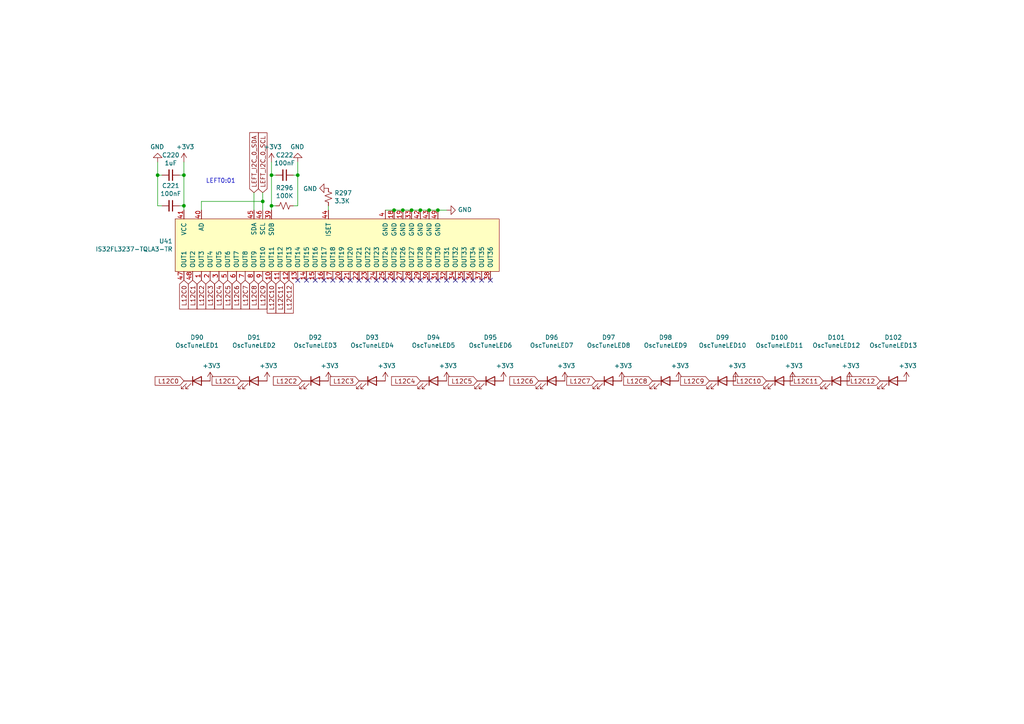
<source format=kicad_sch>
(kicad_sch (version 20210621) (generator eeschema)
  (paper "A4")
  (lib_symbols
    (symbol "Device:C_Small" (pin_numbers hide) (pin_names (offset 0.254) hide)
      (property "Reference" "C" (at 0.254 1.778 0))
      (property "Value" "C_Small" (at 0.254 -2.032 0))
      (symbol "C_Small_0_1"
        (polyline (pts (xy -1.524 -0.508) (xy 1.524 -0.508)) (stroke (width 0.3302)))
        (polyline (pts (xy -1.524 0.508) (xy 1.524 0.508)) (stroke (width 0.3048)))
      )
      (symbol "C_Small_1_1"
        (pin passive line (at 0 2.54 270) (length 2.032) (name "~") (number "1"))
        (pin passive line (at 0 -2.54 90) (length 2.032) (name "~") (number "2"))
      )
    )
    (symbol "Device:LED" (pin_numbers hide) (pin_names (offset 1.016) hide)
      (property "Reference" "D" (at 0 2.54 0))
      (property "Value" "LED" (at 0 -2.54 0))
      (symbol "LED_0_1"
        (polyline (pts (xy -1.27 -1.27) (xy -1.27 1.27)) (stroke (width 0.254)))
        (polyline (pts (xy -1.27 0) (xy 1.27 0)))
        (polyline (pts (xy 1.27 -1.27) (xy 1.27 1.27) (xy -1.27 0) (xy 1.27 -1.27)) (stroke (width 0.254)))
        (polyline (pts (xy -3.048 -0.762) (xy -4.572 -2.286) (xy -3.81 -2.286) (xy -4.572 -2.286) (xy -4.572 -1.524)))
        (polyline (pts (xy -1.778 -0.762) (xy -3.302 -2.286) (xy -2.54 -2.286) (xy -3.302 -2.286) (xy -3.302 -1.524)))
      )
      (symbol "LED_1_1"
        (pin passive line (at -3.81 0 0) (length 2.54) (name "K") (number "1"))
        (pin passive line (at 3.81 0 180) (length 2.54) (name "A") (number "2"))
      )
    )
    (symbol "Device:R_Small_US" (pin_numbers hide) (pin_names (offset 0.254) hide)
      (property "Reference" "R" (at 0.762 0.508 0))
      (property "Value" "R_Small_US" (at 0.762 -1.016 0))
      (symbol "R_Small_US_1_1"
        (polyline (pts (xy 0 0) (xy 1.016 -0.381) (xy 0 -0.762) (xy -1.016 -1.143) (xy 0 -1.524)))
        (polyline (pts (xy 0 1.524) (xy 1.016 1.143) (xy 0 0.762) (xy -1.016 0.381) (xy 0 0)))
        (pin passive line (at 0 2.54 270) (length 1.016) (name "~") (number "1"))
        (pin passive line (at 0 -2.54 90) (length 1.016) (name "~") (number "2"))
      )
    )
    (symbol "IS32FL3237:IS32FL3237-TQLA3-TR" (pin_names (offset 1.016))
      (property "Reference" "U" (at 0 0 0))
      (property "Value" "IS32FL3237-TQLA3-TR" (at 0 0 0))
      (symbol "IS32FL3237-TQLA3-TR_0_1"
        (rectangle (start -7.62 -2.54) (end 7.62 -96.52) (fill (type background)))
      )
      (symbol "IS32FL3237-TQLA3-TR_1_1"
        (pin output line (at 10.16 -10.16 180) (length 2.54) (name "OUT3") (number "1"))
        (pin output line (at 10.16 -30.48 180) (length 2.54) (name "OUT11") (number "10"))
        (pin output line (at 10.16 -33.02 180) (length 2.54) (name "OUT12") (number "11"))
        (pin output line (at 10.16 -35.56 180) (length 2.54) (name "OUT13") (number "12"))
        (pin output line (at 10.16 -38.1 180) (length 2.54) (name "OUT14") (number "13"))
        (pin output line (at 10.16 -40.64 180) (length 2.54) (name "OUT15") (number "14"))
        (pin output line (at 10.16 -43.18 180) (length 2.54) (name "OUT16") (number "15"))
        (pin output line (at 10.16 -45.72 180) (length 2.54) (name "OUT17") (number "16"))
        (pin output line (at 10.16 -48.26 180) (length 2.54) (name "OUT18") (number "17"))
        (pin power_in line (at -10.16 -66.04 0) (length 2.54) (name "GND") (number "18"))
        (pin power_in line (at -10.16 -68.58 0) (length 2.54) (name "GND") (number "19"))
        (pin output line (at 10.16 -12.7 180) (length 2.54) (name "OUT4") (number "2"))
        (pin output line (at 10.16 -50.8 180) (length 2.54) (name "OUT19") (number "20"))
        (pin output line (at 10.16 -53.34 180) (length 2.54) (name "OUT20") (number "21"))
        (pin output line (at 10.16 -55.88 180) (length 2.54) (name "OUT21") (number "22"))
        (pin output line (at 10.16 -58.42 180) (length 2.54) (name "OUT22") (number "23"))
        (pin output line (at 10.16 -60.96 180) (length 2.54) (name "OUT23") (number "24"))
        (pin output line (at 10.16 -63.5 180) (length 2.54) (name "OUT24") (number "25"))
        (pin output line (at 10.16 -66.04 180) (length 2.54) (name "OUT25") (number "26"))
        (pin output line (at 10.16 -68.58 180) (length 2.54) (name "OUT26") (number "27"))
        (pin output line (at 10.16 -71.12 180) (length 2.54) (name "OUT27") (number "28"))
        (pin output line (at 10.16 -73.66 180) (length 2.54) (name "OUT28") (number "29"))
        (pin output line (at 10.16 -15.24 180) (length 2.54) (name "OUT5") (number "3"))
        (pin output line (at 10.16 -76.2 180) (length 2.54) (name "OUT29") (number "30"))
        (pin output line (at 10.16 -78.74 180) (length 2.54) (name "OUT30") (number "31"))
        (pin output line (at 10.16 -81.28 180) (length 2.54) (name "OUT31") (number "32"))
        (pin power_in line (at -10.16 -71.12 0) (length 2.54) (name "GND") (number "33"))
        (pin output line (at 10.16 -83.82 180) (length 2.54) (name "OUT32") (number "34"))
        (pin output line (at 10.16 -86.36 180) (length 2.54) (name "OUT33") (number "35"))
        (pin output line (at 10.16 -88.9 180) (length 2.54) (name "OUT34") (number "36"))
        (pin output line (at 10.16 -91.44 180) (length 2.54) (name "OUT35") (number "37"))
        (pin output line (at 10.16 -93.98 180) (length 2.54) (name "OUT36") (number "38"))
        (pin input line (at -10.16 -30.48 0) (length 2.54) (name "SDB") (number "39"))
        (pin power_in line (at -10.16 -63.5 0) (length 2.54) (name "GND") (number "4"))
        (pin input line (at -10.16 -10.16 0) (length 2.54) (name "AD") (number "40"))
        (pin power_in line (at -10.16 -5.08 0) (length 2.54) (name "VCC") (number "41"))
        (pin power_in line (at -10.16 -73.66 0) (length 2.54) (name "GND") (number "42"))
        (pin power_in line (at -10.16 -76.2 0) (length 2.54) (name "GND") (number "43"))
        (pin input line (at -10.16 -46.99 0) (length 2.54) (name "ISET") (number "44"))
        (pin input line (at -10.16 -25.4 0) (length 2.54) (name "SDA") (number "45"))
        (pin input line (at -10.16 -27.94 0) (length 2.54) (name "SCL") (number "46"))
        (pin output line (at 10.16 -5.08 180) (length 2.54) (name "OUT1") (number "47"))
        (pin output line (at 10.16 -7.62 180) (length 2.54) (name "OUT2") (number "48"))
        (pin power_in line (at -10.16 -78.74 0) (length 2.54) (name "GND") (number "49"))
        (pin output line (at 10.16 -17.78 180) (length 2.54) (name "OUT6") (number "5"))
        (pin output line (at 10.16 -20.32 180) (length 2.54) (name "OUT7") (number "6"))
        (pin output line (at 10.16 -22.86 180) (length 2.54) (name "OUT8") (number "7"))
        (pin output line (at 10.16 -25.4 180) (length 2.54) (name "OUT9") (number "8"))
        (pin output line (at 10.16 -27.94 180) (length 2.54) (name "OUT10") (number "9"))
      )
    )
    (symbol "power:+3.3V" (power) (pin_names (offset 0))
      (property "Value" "+3.3V" (at 0 3.556 0))
      (symbol "+3.3V_0_1"
        (polyline (pts (xy -0.762 1.27) (xy 0 2.54)))
        (polyline (pts (xy 0 0) (xy 0 2.54)))
        (polyline (pts (xy 0 2.54) (xy 0.762 1.27)))
      )
      (symbol "+3.3V_1_1"
        (pin power_in line (at 0 0 90) (length 0) hide (name "+3V3") (number "1"))
      )
    )
    (symbol "power:GND" (power) (pin_names (offset 0))
      (property "Value" "GND" (at 0 -3.81 0))
      (symbol "GND_0_1"
        (polyline (pts (xy 0 0) (xy 0 -1.27) (xy 1.27 -1.27) (xy 0 -2.54) (xy -1.27 -1.27) (xy 0 -1.27)))
      )
      (symbol "GND_1_1"
        (pin power_in line (at 0 0 270) (length 0) hide (name "GND") (number "1"))
      )
    )
  )
  (junction (at 45.72 50.8))
  (junction (at 53.34 50.8))
  (junction (at 53.34 59.69))
  (junction (at 76.2 58.42))
  (junction (at 78.74 50.8))
  (junction (at 78.74 59.69))
  (junction (at 86.36 50.8))
  (junction (at 114.3 60.96))
  (junction (at 116.84 60.96))
  (junction (at 119.38 60.96))
  (junction (at 121.92 60.96))
  (junction (at 124.46 60.96))
  (junction (at 127 60.96))
  (no_connect (at 86.36 81.28))
  (no_connect (at 88.9 81.28))
  (no_connect (at 91.44 81.28))
  (no_connect (at 93.98 81.28))
  (no_connect (at 96.52 81.28))
  (no_connect (at 99.06 81.28))
  (no_connect (at 101.6 81.28))
  (no_connect (at 104.14 81.28))
  (no_connect (at 106.68 81.28))
  (no_connect (at 109.22 81.28))
  (no_connect (at 111.76 81.28))
  (no_connect (at 114.3 81.28))
  (no_connect (at 116.84 81.28))
  (no_connect (at 119.38 81.28))
  (no_connect (at 121.92 81.28))
  (no_connect (at 124.46 81.28))
  (no_connect (at 127 81.28))
  (no_connect (at 129.54 81.28))
  (no_connect (at 132.08 81.28))
  (no_connect (at 134.62 81.28))
  (no_connect (at 137.16 81.28))
  (no_connect (at 139.7 81.28))
  (no_connect (at 142.24 81.28))
  (wire (pts (xy 45.72 46.99) (xy 45.72 50.8)))
  (wire (pts (xy 45.72 50.8) (xy 45.72 59.69)))
  (wire (pts (xy 45.72 59.69) (xy 46.99 59.69)))
  (wire (pts (xy 46.99 50.8) (xy 45.72 50.8)))
  (wire (pts (xy 52.07 50.8) (xy 53.34 50.8)))
  (wire (pts (xy 52.07 59.69) (xy 53.34 59.69)))
  (wire (pts (xy 53.34 46.99) (xy 53.34 50.8)))
  (wire (pts (xy 53.34 50.8) (xy 53.34 59.69)))
  (wire (pts (xy 53.34 59.69) (xy 53.34 60.96)))
  (wire (pts (xy 58.42 58.42) (xy 76.2 58.42)))
  (wire (pts (xy 58.42 60.96) (xy 58.42 58.42)))
  (wire (pts (xy 73.66 55.88) (xy 73.66 60.96)))
  (wire (pts (xy 76.2 55.88) (xy 76.2 58.42)))
  (wire (pts (xy 76.2 58.42) (xy 76.2 60.96)))
  (wire (pts (xy 78.74 46.99) (xy 78.74 50.8)))
  (wire (pts (xy 78.74 50.8) (xy 78.74 59.69)))
  (wire (pts (xy 78.74 59.69) (xy 78.74 60.96)))
  (wire (pts (xy 80.01 50.8) (xy 78.74 50.8)))
  (wire (pts (xy 80.01 59.69) (xy 78.74 59.69)))
  (wire (pts (xy 85.09 50.8) (xy 86.36 50.8)))
  (wire (pts (xy 86.36 46.99) (xy 86.36 50.8)))
  (wire (pts (xy 86.36 50.8) (xy 86.36 59.69)))
  (wire (pts (xy 86.36 59.69) (xy 85.09 59.69)))
  (wire (pts (xy 95.25 59.69) (xy 95.25 60.96)))
  (wire (pts (xy 114.3 60.96) (xy 111.76 60.96)))
  (wire (pts (xy 116.84 60.96) (xy 114.3 60.96)))
  (wire (pts (xy 119.38 60.96) (xy 116.84 60.96)))
  (wire (pts (xy 121.92 60.96) (xy 119.38 60.96)))
  (wire (pts (xy 124.46 60.96) (xy 121.92 60.96)))
  (wire (pts (xy 127 60.96) (xy 124.46 60.96)))
  (wire (pts (xy 129.54 60.96) (xy 127 60.96)))
  (text "LEFT0:01" (at 59.69 53.34 0) (effects (font (size 1.27 1.27)) (justify left bottom)))
  (global_label "L12C0" (shape input) (at 53.34 81.28 270) (property "Intersheet References" "${INTERSHEET_REFS}" (effects hide)))
  (global_label "L12C0" (shape input) (at 53.34 110.49 180) (property "Intersheet References" "${INTERSHEET_REFS}" (effects hide)))
  (global_label "L12C1" (shape input) (at 55.88 81.28 270) (property "Intersheet References" "${INTERSHEET_REFS}" (effects hide)))
  (global_label "L12C2" (shape input) (at 58.42 81.28 270) (property "Intersheet References" "${INTERSHEET_REFS}" (effects hide)))
  (global_label "L12C3" (shape input) (at 60.96 81.28 270) (property "Intersheet References" "${INTERSHEET_REFS}" (effects hide)))
  (global_label "L12C4" (shape input) (at 63.5 81.28 270) (property "Intersheet References" "${INTERSHEET_REFS}" (effects hide)))
  (global_label "L12C5" (shape input) (at 66.04 81.28 270) (property "Intersheet References" "${INTERSHEET_REFS}" (effects hide)))
  (global_label "L12C6" (shape input) (at 68.58 81.28 270) (property "Intersheet References" "${INTERSHEET_REFS}" (effects hide)))
  (global_label "L12C1" (shape input) (at 69.85 110.49 180) (property "Intersheet References" "${INTERSHEET_REFS}" (effects hide)))
  (global_label "L12C7" (shape input) (at 71.12 81.28 270) (property "Intersheet References" "${INTERSHEET_REFS}" (effects hide)))
  (global_label "LEFT_I2C_0_SDA" (shape input) (at 73.66 55.88 90) (property "Intersheet References" "${INTERSHEET_REFS}" (effects hide)))
  (global_label "L12C8" (shape input) (at 73.66 81.28 270) (property "Intersheet References" "${INTERSHEET_REFS}" (effects hide)))
  (global_label "LEFT_I2C_0_SCL" (shape input) (at 76.2 55.88 90) (property "Intersheet References" "${INTERSHEET_REFS}" (effects hide)))
  (global_label "L12C9" (shape input) (at 76.2 81.28 270) (property "Intersheet References" "${INTERSHEET_REFS}" (effects hide)))
  (global_label "L12C10" (shape input) (at 78.74 81.28 270) (property "Intersheet References" "${INTERSHEET_REFS}" (effects hide)))
  (global_label "L12C11" (shape input) (at 81.28 81.28 270) (property "Intersheet References" "${INTERSHEET_REFS}" (effects hide)))
  (global_label "L12C12" (shape input) (at 83.82 81.28 270) (property "Intersheet References" "${INTERSHEET_REFS}" (effects hide)))
  (global_label "L12C2" (shape input) (at 87.63 110.49 180) (property "Intersheet References" "${INTERSHEET_REFS}" (effects hide)))
  (global_label "L12C3" (shape input) (at 104.14 110.49 180) (property "Intersheet References" "${INTERSHEET_REFS}" (effects hide)))
  (global_label "L12C4" (shape input) (at 121.92 110.49 180) (property "Intersheet References" "${INTERSHEET_REFS}" (effects hide)))
  (global_label "L12C5" (shape input) (at 138.43 110.49 180) (property "Intersheet References" "${INTERSHEET_REFS}" (effects hide)))
  (global_label "L12C6" (shape input) (at 156.21 110.49 180) (property "Intersheet References" "${INTERSHEET_REFS}" (effects hide)))
  (global_label "L12C7" (shape input) (at 172.72 110.49 180) (property "Intersheet References" "${INTERSHEET_REFS}" (effects hide)))
  (global_label "L12C8" (shape input) (at 189.23 110.49 180) (property "Intersheet References" "${INTERSHEET_REFS}" (effects hide)))
  (global_label "L12C9" (shape input) (at 205.74 110.49 180) (property "Intersheet References" "${INTERSHEET_REFS}" (effects hide)))
  (global_label "L12C10" (shape input) (at 222.25 110.49 180) (property "Intersheet References" "${INTERSHEET_REFS}" (effects hide)))
  (global_label "L12C11" (shape input) (at 238.76 110.49 180) (property "Intersheet References" "${INTERSHEET_REFS}" (effects hide)))
  (global_label "L12C12" (shape input) (at 255.27 110.49 180) (property "Intersheet References" "${INTERSHEET_REFS}" (effects hide)))
  (symbol (lib_id "power:+3.3V") (at 53.34 46.99 0) (unit 1)
    (property "Reference" "#PWR0484" (effects hide))
    (property "Value" "+3.3V" (at 53.721 42.5958 0))
  )
  (symbol (lib_id "power:+3.3V") (at 60.96 110.49 0) (unit 1)
    (property "Reference" "#PWR0792" (effects hide))
    (property "Value" "+3.3V" (at 61.341 106.0958 0))
  )
  (symbol (lib_id "power:+3.3V") (at 77.47 110.49 0) (unit 1)
    (property "Reference" "#PWR0793" (effects hide))
    (property "Value" "+3.3V" (at 77.851 106.0958 0))
  )
  (symbol (lib_id "power:+3.3V") (at 78.74 46.99 0) (unit 1)
    (property "Reference" "#PWR0486" (effects hide))
    (property "Value" "+3.3V" (at 79.121 42.5958 0))
  )
  (symbol (lib_id "power:+3.3V") (at 95.25 110.49 0) (unit 1)
    (property "Reference" "#PWR0794" (effects hide))
    (property "Value" "+3.3V" (at 95.631 106.0958 0))
  )
  (symbol (lib_id "power:+3.3V") (at 111.76 110.49 0) (unit 1)
    (property "Reference" "#PWR0795" (effects hide))
    (property "Value" "+3.3V" (at 112.141 106.0958 0))
  )
  (symbol (lib_id "power:+3.3V") (at 129.54 110.49 0) (unit 1)
    (property "Reference" "#PWR0796" (effects hide))
    (property "Value" "+3.3V" (at 129.921 106.0958 0))
  )
  (symbol (lib_id "power:+3.3V") (at 146.05 110.49 0) (unit 1)
    (property "Reference" "#PWR0797" (effects hide))
    (property "Value" "+3.3V" (at 146.431 106.0958 0))
  )
  (symbol (lib_id "power:+3.3V") (at 163.83 110.49 0) (unit 1)
    (property "Reference" "#PWR0798" (effects hide))
    (property "Value" "+3.3V" (at 164.211 106.0958 0))
  )
  (symbol (lib_id "power:+3.3V") (at 180.34 110.49 0) (unit 1)
    (property "Reference" "#PWR0799" (effects hide))
    (property "Value" "+3.3V" (at 180.721 106.0958 0))
  )
  (symbol (lib_id "power:+3.3V") (at 196.85 110.49 0) (unit 1)
    (property "Reference" "#PWR0800" (effects hide))
    (property "Value" "+3.3V" (at 197.231 106.0958 0))
  )
  (symbol (lib_id "power:+3.3V") (at 213.36 110.49 0) (unit 1)
    (property "Reference" "#PWR0801" (effects hide))
    (property "Value" "+3.3V" (at 213.741 106.0958 0))
  )
  (symbol (lib_id "power:+3.3V") (at 229.87 110.49 0) (unit 1)
    (property "Reference" "#PWR0802" (effects hide))
    (property "Value" "+3.3V" (at 230.251 106.0958 0))
  )
  (symbol (lib_id "power:+3.3V") (at 246.38 110.49 0) (unit 1)
    (property "Reference" "#PWR0803" (effects hide))
    (property "Value" "+3.3V" (at 246.761 106.0958 0))
  )
  (symbol (lib_id "power:+3.3V") (at 262.89 110.49 0) (unit 1)
    (property "Reference" "#PWR0804" (effects hide))
    (property "Value" "+3.3V" (at 263.271 106.0958 0))
  )
  (symbol (lib_id "power:GND") (at 45.72 46.99 180) (unit 1)
    (property "Reference" "#PWR0483" (effects hide))
    (property "Value" "GND" (at 45.593 42.5958 0))
  )
  (symbol (lib_id "power:GND") (at 86.36 46.99 180) (unit 1)
    (property "Reference" "#PWR0488" (effects hide))
    (property "Value" "GND" (at 86.233 42.5958 0))
  )
  (symbol (lib_id "power:GND") (at 95.25 54.61 270) (unit 1)
    (property "Reference" "#PWR0489" (effects hide))
    (property "Value" "GND" (at 91.9988 54.737 90) (effects (justify right)))
  )
  (symbol (lib_id "power:GND") (at 129.54 60.96 90) (unit 1)
    (property "Reference" "#PWR0490" (effects hide))
    (property "Value" "GND" (at 132.7912 60.833 90) (effects (justify right)))
  )
  (symbol (lib_id "Device:R_Small_US") (at 82.55 59.69 270) (unit 1)
    (property "Reference" "R296" (at 82.55 54.483 90))
    (property "Value" "100K" (at 82.55 56.7944 90))
    (property "Footprint" "Resistor_SMD:R_0402_1005Metric" (effects hide))
    (property "LCSC" " C25741" (effects hide))
  )
  (symbol (lib_id "Device:R_Small_US") (at 95.25 57.15 0) (unit 1)
    (property "Reference" "R297" (at 96.9772 55.9816 0) (effects (justify left)))
    (property "Value" "3.3K" (at 96.9772 58.293 0) (effects (justify left)))
    (property "Footprint" "Resistor_SMD:R_0402_1005Metric" (effects hide))
    (property "LCSC" "C25890" (effects hide))
  )
  (symbol (lib_id "Device:C_Small") (at 49.53 50.8 270) (unit 1)
    (property "Reference" "C220" (at 49.53 44.9834 90))
    (property "Value" "1uF" (at 49.53 47.2948 90))
    (property "Footprint" "Capacitor_SMD:C_0402_1005Metric" (effects hide))
    (property "LCSC" "C52923" (effects hide))
  )
  (symbol (lib_id "Device:C_Small") (at 49.53 59.69 270) (unit 1)
    (property "Reference" "C221" (at 49.53 53.8734 90))
    (property "Value" "100nF" (at 49.53 56.1848 90))
    (property "Footprint" "Capacitor_SMD:C_0402_1005Metric" (effects hide))
    (property "LCSC" "C1525" (effects hide))
  )
  (symbol (lib_id "Device:C_Small") (at 82.55 50.8 270) (unit 1)
    (property "Reference" "C222" (at 82.55 44.9834 90))
    (property "Value" "100nF" (at 82.55 47.2948 90))
    (property "Footprint" "Capacitor_SMD:C_0402_1005Metric" (effects hide))
    (property "LCSC" "C1525" (effects hide))
  )
  (symbol (lib_id "Device:LED") (at 57.15 110.49 0) (unit 1)
    (property "Reference" "D90" (at 57.15 97.8662 0))
    (property "Value" "OscTuneLED1" (at 57.15 100.1776 0))
    (property "Footprint" "LED_SMD:LED_0603_1608Metric" (effects hide))
    (property "LCSC" "C72041" (effects hide))
  )
  (symbol (lib_id "Device:LED") (at 73.66 110.49 0) (unit 1)
    (property "Reference" "D91" (at 73.66 97.8662 0))
    (property "Value" "OscTuneLED2" (at 73.66 100.1776 0))
    (property "Footprint" "LED_SMD:LED_0603_1608Metric" (effects hide))
    (property "LCSC" "C72041" (effects hide))
  )
  (symbol (lib_id "Device:LED") (at 91.44 110.49 0) (unit 1)
    (property "Reference" "D92" (at 91.44 97.8662 0))
    (property "Value" "OscTuneLED3" (at 91.44 100.1776 0))
    (property "Footprint" "LED_SMD:LED_0603_1608Metric" (effects hide))
    (property "LCSC" "C72041" (effects hide))
  )
  (symbol (lib_id "Device:LED") (at 107.95 110.49 0) (unit 1)
    (property "Reference" "D93" (at 107.95 97.8662 0))
    (property "Value" "OscTuneLED4" (at 107.95 100.1776 0))
    (property "Footprint" "LED_SMD:LED_0603_1608Metric" (effects hide))
    (property "LCSC" "C72041" (effects hide))
  )
  (symbol (lib_id "Device:LED") (at 125.73 110.49 0) (unit 1)
    (property "Reference" "D94" (at 125.73 97.8662 0))
    (property "Value" "OscTuneLED5" (at 125.73 100.1776 0))
    (property "Footprint" "LED_SMD:LED_0603_1608Metric" (effects hide))
    (property "LCSC" "C72041" (effects hide))
  )
  (symbol (lib_id "Device:LED") (at 142.24 110.49 0) (unit 1)
    (property "Reference" "D95" (at 142.24 97.8662 0))
    (property "Value" "OscTuneLED6" (at 142.24 100.1776 0))
    (property "Footprint" "LED_SMD:LED_0603_1608Metric" (effects hide))
    (property "LCSC" "C72041" (effects hide))
  )
  (symbol (lib_id "Device:LED") (at 160.02 110.49 0) (unit 1)
    (property "Reference" "D96" (at 160.02 97.8662 0))
    (property "Value" "OscTuneLED7" (at 160.02 100.1776 0))
    (property "Footprint" "LED_SMD:LED_0603_1608Metric" (effects hide))
    (property "LCSC" "C72041" (effects hide))
  )
  (symbol (lib_id "Device:LED") (at 176.53 110.49 0) (unit 1)
    (property "Reference" "D97" (at 176.53 97.8662 0))
    (property "Value" "OscTuneLED8" (at 176.53 100.1776 0))
    (property "Footprint" "LED_SMD:LED_0603_1608Metric" (effects hide))
    (property "LCSC" "C72041" (effects hide))
  )
  (symbol (lib_id "Device:LED") (at 193.04 110.49 0) (unit 1)
    (property "Reference" "D98" (at 193.04 97.8662 0))
    (property "Value" "OscTuneLED9" (at 193.04 100.1776 0))
    (property "Footprint" "LED_SMD:LED_0603_1608Metric" (effects hide))
    (property "LCSC" "C72041" (effects hide))
  )
  (symbol (lib_id "Device:LED") (at 209.55 110.49 0) (unit 1)
    (property "Reference" "D99" (at 209.55 97.8662 0))
    (property "Value" "OscTuneLED10" (at 209.55 100.1776 0))
    (property "Footprint" "LED_SMD:LED_0603_1608Metric" (effects hide))
    (property "LCSC" "C72041" (effects hide))
  )
  (symbol (lib_id "Device:LED") (at 226.06 110.49 0) (unit 1)
    (property "Reference" "D100" (at 226.06 97.8662 0))
    (property "Value" "OscTuneLED11" (at 226.06 100.1776 0))
    (property "Footprint" "LED_SMD:LED_0603_1608Metric" (effects hide))
    (property "LCSC" "C72041" (effects hide))
  )
  (symbol (lib_id "Device:LED") (at 242.57 110.49 0) (unit 1)
    (property "Reference" "D101" (at 242.57 97.8662 0))
    (property "Value" "OscTuneLED12" (at 242.57 100.1776 0))
    (property "Footprint" "LED_SMD:LED_0603_1608Metric" (effects hide))
    (property "LCSC" "C72041" (effects hide))
  )
  (symbol (lib_id "Device:LED") (at 259.08 110.49 0) (unit 1)
    (property "Reference" "D102" (at 259.08 97.8662 0))
    (property "Value" "OscTuneLED13" (at 259.08 100.1776 0))
    (property "Footprint" "LED_SMD:LED_0603_1608Metric" (effects hide))
    (property "LCSC" "C72041" (effects hide))
  )
  (symbol (lib_id "IS32FL3237:IS32FL3237-TQLA3-TR") (at 48.26 71.12 90) (mirror x) (unit 1)
    (property "Reference" "U41" (at 50.0888 69.9516 90) (effects (justify left)))
    (property "Value" "IS32FL3237-TQLA3-TR" (at 50.0888 72.263 90) (effects (justify left)))
    (property "Footprint" "Package_QFP:TQFP-48-1EP_7x7mm_P0.5mm_EP5x5mm" (effects hide))
  )
)
</source>
